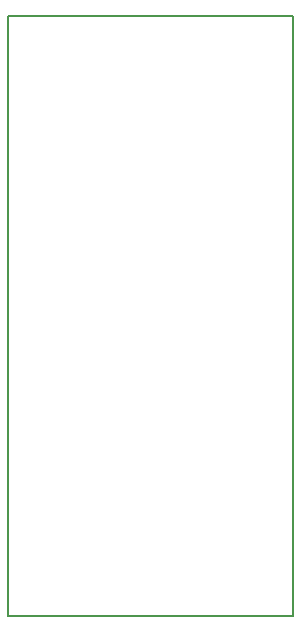
<source format=gbr>
G04 #@! TF.FileFunction,Profile,NP*
%FSLAX46Y46*%
G04 Gerber Fmt 4.6, Leading zero omitted, Abs format (unit mm)*
G04 Created by KiCad (PCBNEW 4.0.4-stable) date 12/12/17 20:39:09*
%MOMM*%
%LPD*%
G01*
G04 APERTURE LIST*
%ADD10C,0.100000*%
%ADD11C,0.150000*%
G04 APERTURE END LIST*
D10*
D11*
X107950000Y-133350000D02*
X107950000Y-82550000D01*
X132080000Y-133350000D02*
X107950000Y-133350000D01*
X132080000Y-82550000D02*
X132080000Y-133350000D01*
X107950000Y-82550000D02*
X132080000Y-82550000D01*
M02*

</source>
